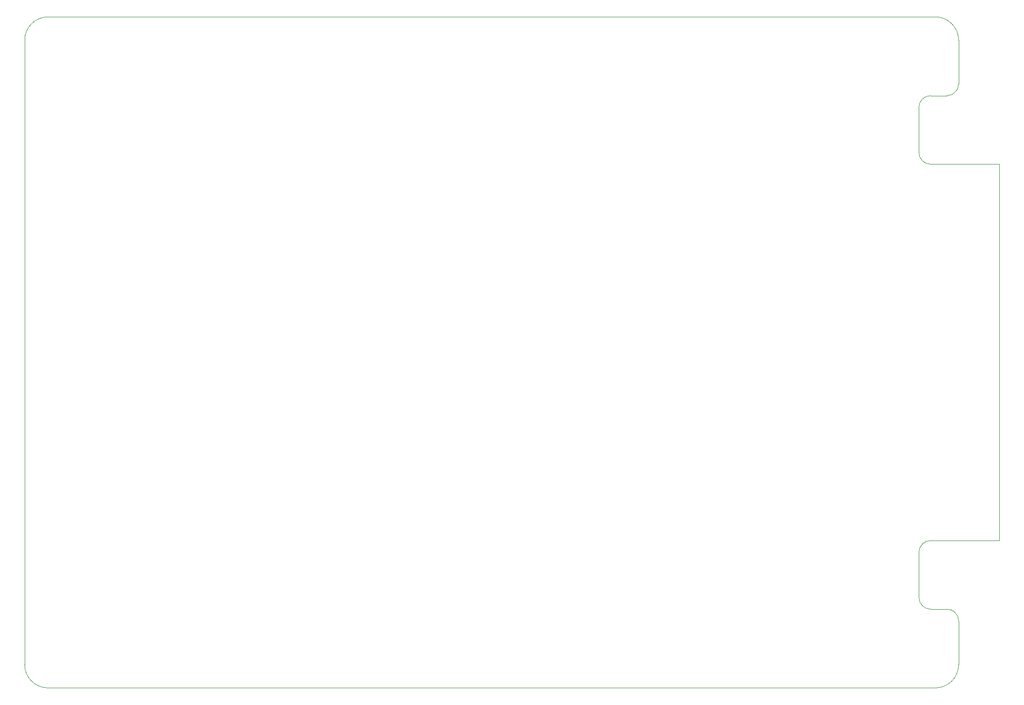
<source format=gm1>
%TF.GenerationSoftware,KiCad,Pcbnew,(6.0.4-0)*%
%TF.CreationDate,2022-04-09T07:25:14+02:00*%
%TF.ProjectId,aquarius-plus,61717561-7269-4757-932d-706c75732e6b,rev?*%
%TF.SameCoordinates,Original*%
%TF.FileFunction,Profile,NP*%
%FSLAX46Y46*%
G04 Gerber Fmt 4.6, Leading zero omitted, Abs format (unit mm)*
G04 Created by KiCad (PCBNEW (6.0.4-0)) date 2022-04-09 07:25:14*
%MOMM*%
%LPD*%
G01*
G04 APERTURE LIST*
%TA.AperFunction,Profile*%
%ADD10C,0.100000*%
%TD*%
G04 APERTURE END LIST*
D10*
X69000000Y-150000000D02*
X221000000Y-150000000D01*
X220200000Y-60250000D02*
X232000000Y-60250000D01*
X218200000Y-134500000D02*
G75*
G03*
X220200000Y-136500000I2000000J0D01*
G01*
X69000000Y-35000000D02*
G75*
G03*
X65000000Y-39000000I0J-4000000D01*
G01*
X232000000Y-124750000D02*
X220200000Y-124750000D01*
X65000000Y-146000000D02*
G75*
G03*
X69000000Y-150000000I4000000J0D01*
G01*
X225000000Y-138500000D02*
G75*
G03*
X223000000Y-136500000I-2000000J0D01*
G01*
X218200000Y-50500000D02*
X218200000Y-58250000D01*
X69000000Y-35000000D02*
X221000000Y-35000000D01*
X223000000Y-48500000D02*
G75*
G03*
X225000000Y-46500000I0J2000000D01*
G01*
X225000000Y-138500000D02*
X225000000Y-146000000D01*
X225000000Y-39000000D02*
G75*
G03*
X221000000Y-35000000I-4000000J0D01*
G01*
X220200000Y-136500000D02*
X223000000Y-136500000D01*
X65000000Y-39000000D02*
X65000000Y-146000000D01*
X220200000Y-124750000D02*
G75*
G03*
X218200000Y-126750000I0J-2000000D01*
G01*
X221000000Y-150000000D02*
G75*
G03*
X225000000Y-146000000I0J4000000D01*
G01*
X218200000Y-58250000D02*
G75*
G03*
X220200000Y-60250000I2000000J0D01*
G01*
X220200000Y-48500000D02*
G75*
G03*
X218200000Y-50500000I0J-2000000D01*
G01*
X218200000Y-126750000D02*
X218200000Y-134500000D01*
X225000000Y-39000000D02*
X225000000Y-46500000D01*
X232000000Y-60250000D02*
X232000000Y-124750000D01*
X223000000Y-48500000D02*
X220200000Y-48500000D01*
M02*

</source>
